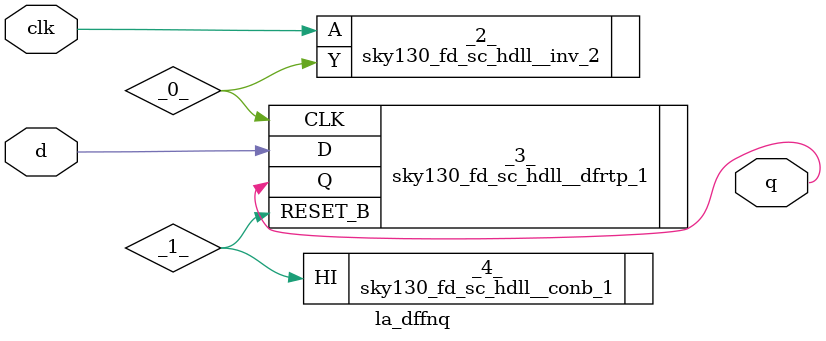
<source format=v>

/* Generated by Yosys 0.44 (git sha1 80ba43d26, g++ 11.4.0-1ubuntu1~22.04 -fPIC -O3) */

(* top =  1  *)
(* src = "inputs/la_dffnq.v:10.1-20.10" *)
module la_dffnq (
    d,
    clk,
    q
);
  wire _0_;
  wire _1_;
  (* src = "inputs/la_dffnq.v:14.16-14.19" *)
  input clk;
  wire clk;
  (* src = "inputs/la_dffnq.v:13.16-13.17" *)
  input d;
  wire d;
  (* src = "inputs/la_dffnq.v:15.16-15.17" *)
  output q;
  wire q;
  sky130_fd_sc_hdll__inv_2 _2_ (
      .A(clk),
      .Y(_0_)
  );
  (* src = "inputs/la_dffnq.v:18.5-18.34" *)
  sky130_fd_sc_hdll__dfrtp_1 _3_ (
      .CLK(_0_),
      .D(d),
      .Q(q),
      .RESET_B(_1_)
  );
  sky130_fd_sc_hdll__conb_1 _4_ (.HI(_1_));
endmodule

</source>
